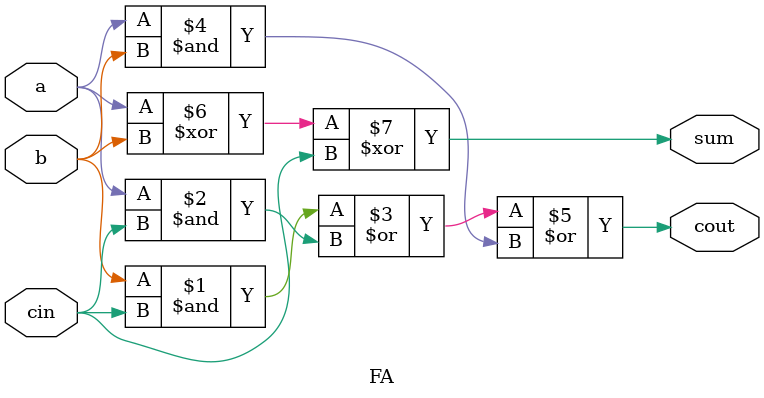
<source format=v>
module FA(    input a, b, cin,
output cout, sum );

assign cout= (b&cin)|(a&cin)|(a&b);
assign sum =a^b^cin;

endmodule




</source>
